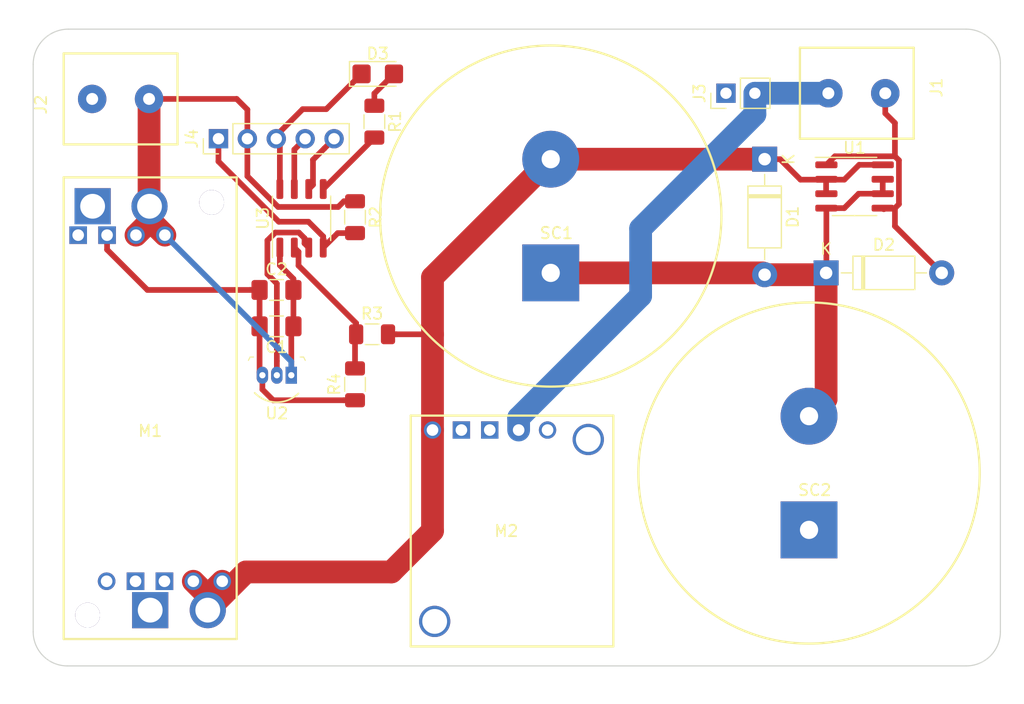
<source format=kicad_pcb>
(kicad_pcb (version 20171130) (host pcbnew 5.0.2+dfsg1-1)

  (general
    (thickness 1.6)
    (drawings 8)
    (tracks 128)
    (zones 0)
    (modules 24)
    (nets 15)
  )

  (page A4)
  (layers
    (0 F.Cu signal)
    (31 B.Cu signal)
    (32 B.Adhes user)
    (33 F.Adhes user)
    (34 B.Paste user)
    (35 F.Paste user)
    (36 B.SilkS user)
    (37 F.SilkS user)
    (38 B.Mask user)
    (39 F.Mask user)
    (40 Dwgs.User user)
    (41 Cmts.User user)
    (42 Eco1.User user)
    (43 Eco2.User user)
    (44 Edge.Cuts user)
    (45 Margin user)
    (46 B.CrtYd user)
    (47 F.CrtYd user)
    (48 B.Fab user)
    (49 F.Fab user)
  )

  (setup
    (last_trace_width 0.5)
    (trace_clearance 0.2)
    (zone_clearance 0.508)
    (zone_45_only no)
    (trace_min 0.2)
    (segment_width 0.2)
    (edge_width 0.1)
    (via_size 0.8)
    (via_drill 0.4)
    (via_min_size 0.4)
    (via_min_drill 0.3)
    (uvia_size 0.3)
    (uvia_drill 0.1)
    (uvias_allowed no)
    (uvia_min_size 0.2)
    (uvia_min_drill 0.1)
    (pcb_text_width 0.3)
    (pcb_text_size 1.5 1.5)
    (mod_edge_width 0.15)
    (mod_text_size 1 1)
    (mod_text_width 0.15)
    (pad_size 2.7 2.7)
    (pad_drill 2.7)
    (pad_to_mask_clearance 0)
    (solder_mask_min_width 0.25)
    (aux_axis_origin 0 0)
    (visible_elements FFFFFF7F)
    (pcbplotparams
      (layerselection 0x010fc_ffffffff)
      (usegerberextensions false)
      (usegerberattributes false)
      (usegerberadvancedattributes false)
      (creategerberjobfile false)
      (excludeedgelayer true)
      (linewidth 0.100000)
      (plotframeref false)
      (viasonmask false)
      (mode 1)
      (useauxorigin false)
      (hpglpennumber 1)
      (hpglpenspeed 20)
      (hpglpendiameter 15.000000)
      (psnegative false)
      (psa4output false)
      (plotreference true)
      (plotvalue true)
      (plotinvisibletext false)
      (padsonsilk false)
      (subtractmaskfromsilk false)
      (outputformat 1)
      (mirror false)
      (drillshape 1)
      (scaleselection 1)
      (outputdirectory ""))
  )

  (net 0 "")
  (net 1 "Net-(D1-Pad2)")
  (net 2 "Net-(M1-Pad1)")
  (net 3 "Net-(M2-Pad1)")
  (net 4 /2.5-5V)
  (net 5 /GND)
  (net 6 /5V)
  (net 7 /12v)
  (net 8 "Net-(U2-Pad2)")
  (net 9 "Net-(R3-Pad1)")
  (net 10 "Net-(J4-Pad1)")
  (net 11 "Net-(R1-Pad2)")
  (net 12 "Net-(D3-Pad2)")
  (net 13 "Net-(J4-Pad5)")
  (net 14 "Net-(J4-Pad4)")

  (net_class Default "This is the default net class."
    (clearance 0.2)
    (trace_width 0.5)
    (via_dia 0.8)
    (via_drill 0.4)
    (uvia_dia 0.3)
    (uvia_drill 0.1)
    (add_net /GND)
    (add_net "Net-(D1-Pad2)")
    (add_net "Net-(D3-Pad2)")
    (add_net "Net-(J4-Pad1)")
    (add_net "Net-(J4-Pad4)")
    (add_net "Net-(J4-Pad5)")
    (add_net "Net-(M1-Pad1)")
    (add_net "Net-(M2-Pad1)")
    (add_net "Net-(R1-Pad2)")
    (add_net "Net-(R3-Pad1)")
    (add_net "Net-(U2-Pad2)")
  )

  (net_class Power ""
    (clearance 0.2)
    (trace_width 2)
    (via_dia 0.8)
    (via_drill 0.4)
    (uvia_dia 0.3)
    (uvia_drill 0.1)
    (add_net /12v)
    (add_net /2.5-5V)
    (add_net /5V)
  )

  (module Package_SO:SO-8_3.9x4.9mm_P1.27mm (layer F.Cu) (tedit 5D9F72B1) (tstamp 60D4F72C)
    (at 126 98 90)
    (descr "SO, 8 Pin (https://www.nxp.com/docs/en/data-sheet/PCF8523.pdf), generated with kicad-footprint-generator ipc_gullwing_generator.py")
    (tags "SO SO")
    (path /60D3E2F6)
    (attr smd)
    (fp_text reference U3 (at 0 -3.4 90) (layer F.SilkS)
      (effects (font (size 1 1) (thickness 0.15)))
    )
    (fp_text value PIC12F1840-ISN (at 0 3.4 90) (layer F.Fab)
      (effects (font (size 1 1) (thickness 0.15)))
    )
    (fp_line (start 0 2.56) (end 1.95 2.56) (layer F.SilkS) (width 0.12))
    (fp_line (start 0 2.56) (end -1.95 2.56) (layer F.SilkS) (width 0.12))
    (fp_line (start 0 -2.56) (end 1.95 -2.56) (layer F.SilkS) (width 0.12))
    (fp_line (start 0 -2.56) (end -3.45 -2.56) (layer F.SilkS) (width 0.12))
    (fp_line (start -0.975 -2.45) (end 1.95 -2.45) (layer F.Fab) (width 0.1))
    (fp_line (start 1.95 -2.45) (end 1.95 2.45) (layer F.Fab) (width 0.1))
    (fp_line (start 1.95 2.45) (end -1.95 2.45) (layer F.Fab) (width 0.1))
    (fp_line (start -1.95 2.45) (end -1.95 -1.475) (layer F.Fab) (width 0.1))
    (fp_line (start -1.95 -1.475) (end -0.975 -2.45) (layer F.Fab) (width 0.1))
    (fp_line (start -3.7 -2.7) (end -3.7 2.7) (layer F.CrtYd) (width 0.05))
    (fp_line (start -3.7 2.7) (end 3.7 2.7) (layer F.CrtYd) (width 0.05))
    (fp_line (start 3.7 2.7) (end 3.7 -2.7) (layer F.CrtYd) (width 0.05))
    (fp_line (start 3.7 -2.7) (end -3.7 -2.7) (layer F.CrtYd) (width 0.05))
    (fp_text user %R (at 0 0 90) (layer F.Fab)
      (effects (font (size 0.98 0.98) (thickness 0.15)))
    )
    (pad 1 smd roundrect (at -2.575 -1.905 90) (size 1.75 0.6) (layers F.Cu F.Paste F.Mask) (roundrect_rratio 0.25)
      (net 6 /5V))
    (pad 2 smd roundrect (at -2.575 -0.635 90) (size 1.75 0.6) (layers F.Cu F.Paste F.Mask) (roundrect_rratio 0.25)
      (net 9 "Net-(R3-Pad1)"))
    (pad 3 smd roundrect (at -2.575 0.635 90) (size 1.75 0.6) (layers F.Cu F.Paste F.Mask) (roundrect_rratio 0.25)
      (net 8 "Net-(U2-Pad2)"))
    (pad 4 smd roundrect (at -2.575 1.905 90) (size 1.75 0.6) (layers F.Cu F.Paste F.Mask) (roundrect_rratio 0.25)
      (net 10 "Net-(J4-Pad1)"))
    (pad 5 smd roundrect (at 2.575 1.905 90) (size 1.75 0.6) (layers F.Cu F.Paste F.Mask) (roundrect_rratio 0.25)
      (net 11 "Net-(R1-Pad2)"))
    (pad 6 smd roundrect (at 2.575 0.635 90) (size 1.75 0.6) (layers F.Cu F.Paste F.Mask) (roundrect_rratio 0.25)
      (net 13 "Net-(J4-Pad5)"))
    (pad 7 smd roundrect (at 2.575 -0.635 90) (size 1.75 0.6) (layers F.Cu F.Paste F.Mask) (roundrect_rratio 0.25)
      (net 14 "Net-(J4-Pad4)"))
    (pad 8 smd roundrect (at 2.575 -1.905 90) (size 1.75 0.6) (layers F.Cu F.Paste F.Mask) (roundrect_rratio 0.25)
      (net 5 /GND))
    (model ${KISYS3DMOD}/Package_SO.3dshapes/SO-8_3.9x4.9mm_P1.27mm.wrl
      (at (xyz 0 0 0))
      (scale (xyz 1 1 1))
      (rotate (xyz 0 0 0))
    )
  )

  (module Capacitor_SMD:C_1206_3216Metric_Pad1.42x1.75mm_HandSolder (layer F.Cu) (tedit 5B301BBE) (tstamp 60D48611)
    (at 123.8 107.5 180)
    (descr "Capacitor SMD 1206 (3216 Metric), square (rectangular) end terminal, IPC_7351 nominal with elongated pad for handsoldering. (Body size source: http://www.tortai-tech.com/upload/download/2011102023233369053.pdf), generated with kicad-footprint-generator")
    (tags "capacitor handsolder")
    (path /60D42E5B)
    (attr smd)
    (fp_text reference C1 (at 0 -1.82 180) (layer F.SilkS)
      (effects (font (size 1 1) (thickness 0.15)))
    )
    (fp_text value .1 (at 0 1.82 180) (layer F.Fab)
      (effects (font (size 1 1) (thickness 0.15)))
    )
    (fp_text user %R (at 0 0 180) (layer F.Fab)
      (effects (font (size 0.8 0.8) (thickness 0.12)))
    )
    (fp_line (start 2.45 1.12) (end -2.45 1.12) (layer F.CrtYd) (width 0.05))
    (fp_line (start 2.45 -1.12) (end 2.45 1.12) (layer F.CrtYd) (width 0.05))
    (fp_line (start -2.45 -1.12) (end 2.45 -1.12) (layer F.CrtYd) (width 0.05))
    (fp_line (start -2.45 1.12) (end -2.45 -1.12) (layer F.CrtYd) (width 0.05))
    (fp_line (start -0.602064 0.91) (end 0.602064 0.91) (layer F.SilkS) (width 0.12))
    (fp_line (start -0.602064 -0.91) (end 0.602064 -0.91) (layer F.SilkS) (width 0.12))
    (fp_line (start 1.6 0.8) (end -1.6 0.8) (layer F.Fab) (width 0.1))
    (fp_line (start 1.6 -0.8) (end 1.6 0.8) (layer F.Fab) (width 0.1))
    (fp_line (start -1.6 -0.8) (end 1.6 -0.8) (layer F.Fab) (width 0.1))
    (fp_line (start -1.6 0.8) (end -1.6 -0.8) (layer F.Fab) (width 0.1))
    (pad 2 smd roundrect (at 1.4875 0 180) (size 1.425 1.75) (layers F.Cu F.Paste F.Mask) (roundrect_rratio 0.175439)
      (net 5 /GND))
    (pad 1 smd roundrect (at -1.4875 0 180) (size 1.425 1.75) (layers F.Cu F.Paste F.Mask) (roundrect_rratio 0.175439)
      (net 6 /5V))
    (model ${KISYS3DMOD}/Capacitor_SMD.3dshapes/C_1206_3216Metric.wrl
      (at (xyz 0 0 0))
      (scale (xyz 1 1 1))
      (rotate (xyz 0 0 0))
    )
  )

  (module Capacitor_SMD:C_1206_3216Metric_Pad1.42x1.75mm_HandSolder (layer F.Cu) (tedit 5B301BBE) (tstamp 60D48600)
    (at 123.8 104.3)
    (descr "Capacitor SMD 1206 (3216 Metric), square (rectangular) end terminal, IPC_7351 nominal with elongated pad for handsoldering. (Body size source: http://www.tortai-tech.com/upload/download/2011102023233369053.pdf), generated with kicad-footprint-generator")
    (tags "capacitor handsolder")
    (path /60D7F513)
    (attr smd)
    (fp_text reference C2 (at 0 -1.82) (layer F.SilkS)
      (effects (font (size 1 1) (thickness 0.15)))
    )
    (fp_text value .1 (at 0 1.82) (layer F.Fab)
      (effects (font (size 1 1) (thickness 0.15)))
    )
    (fp_line (start -1.6 0.8) (end -1.6 -0.8) (layer F.Fab) (width 0.1))
    (fp_line (start -1.6 -0.8) (end 1.6 -0.8) (layer F.Fab) (width 0.1))
    (fp_line (start 1.6 -0.8) (end 1.6 0.8) (layer F.Fab) (width 0.1))
    (fp_line (start 1.6 0.8) (end -1.6 0.8) (layer F.Fab) (width 0.1))
    (fp_line (start -0.602064 -0.91) (end 0.602064 -0.91) (layer F.SilkS) (width 0.12))
    (fp_line (start -0.602064 0.91) (end 0.602064 0.91) (layer F.SilkS) (width 0.12))
    (fp_line (start -2.45 1.12) (end -2.45 -1.12) (layer F.CrtYd) (width 0.05))
    (fp_line (start -2.45 -1.12) (end 2.45 -1.12) (layer F.CrtYd) (width 0.05))
    (fp_line (start 2.45 -1.12) (end 2.45 1.12) (layer F.CrtYd) (width 0.05))
    (fp_line (start 2.45 1.12) (end -2.45 1.12) (layer F.CrtYd) (width 0.05))
    (fp_text user %R (at 0 0) (layer F.Fab)
      (effects (font (size 0.8 0.8) (thickness 0.12)))
    )
    (pad 1 smd roundrect (at -1.4875 0) (size 1.425 1.75) (layers F.Cu F.Paste F.Mask) (roundrect_rratio 0.175439)
      (net 5 /GND))
    (pad 2 smd roundrect (at 1.4875 0) (size 1.425 1.75) (layers F.Cu F.Paste F.Mask) (roundrect_rratio 0.175439)
      (net 6 /5V))
    (model ${KISYS3DMOD}/Capacitor_SMD.3dshapes/C_1206_3216Metric.wrl
      (at (xyz 0 0 0))
      (scale (xyz 1 1 1))
      (rotate (xyz 0 0 0))
    )
  )

  (module Connector_PinHeader_2.54mm:PinHeader_1x02_P2.54mm_Vertical (layer F.Cu) (tedit 59FED5CC) (tstamp 60D485EF)
    (at 163.3 87 90)
    (descr "Through hole straight pin header, 1x02, 2.54mm pitch, single row")
    (tags "Through hole pin header THT 1x02 2.54mm single row")
    (path /60D90053)
    (fp_text reference J3 (at 0 -2.33 90) (layer F.SilkS)
      (effects (font (size 1 1) (thickness 0.15)))
    )
    (fp_text value Fan (at 0 4.87 90) (layer F.Fab)
      (effects (font (size 1 1) (thickness 0.15)))
    )
    (fp_line (start -0.635 -1.27) (end 1.27 -1.27) (layer F.Fab) (width 0.1))
    (fp_line (start 1.27 -1.27) (end 1.27 3.81) (layer F.Fab) (width 0.1))
    (fp_line (start 1.27 3.81) (end -1.27 3.81) (layer F.Fab) (width 0.1))
    (fp_line (start -1.27 3.81) (end -1.27 -0.635) (layer F.Fab) (width 0.1))
    (fp_line (start -1.27 -0.635) (end -0.635 -1.27) (layer F.Fab) (width 0.1))
    (fp_line (start -1.33 3.87) (end 1.33 3.87) (layer F.SilkS) (width 0.12))
    (fp_line (start -1.33 1.27) (end -1.33 3.87) (layer F.SilkS) (width 0.12))
    (fp_line (start 1.33 1.27) (end 1.33 3.87) (layer F.SilkS) (width 0.12))
    (fp_line (start -1.33 1.27) (end 1.33 1.27) (layer F.SilkS) (width 0.12))
    (fp_line (start -1.33 0) (end -1.33 -1.33) (layer F.SilkS) (width 0.12))
    (fp_line (start -1.33 -1.33) (end 0 -1.33) (layer F.SilkS) (width 0.12))
    (fp_line (start -1.8 -1.8) (end -1.8 4.35) (layer F.CrtYd) (width 0.05))
    (fp_line (start -1.8 4.35) (end 1.8 4.35) (layer F.CrtYd) (width 0.05))
    (fp_line (start 1.8 4.35) (end 1.8 -1.8) (layer F.CrtYd) (width 0.05))
    (fp_line (start 1.8 -1.8) (end -1.8 -1.8) (layer F.CrtYd) (width 0.05))
    (fp_text user %R (at 0 1.27 180) (layer F.Fab)
      (effects (font (size 1 1) (thickness 0.15)))
    )
    (pad 1 thru_hole rect (at 0 0 90) (size 1.7 1.7) (drill 1) (layers *.Cu *.Mask)
      (net 5 /GND))
    (pad 2 thru_hole oval (at 0 2.54 90) (size 1.7 1.7) (drill 1) (layers *.Cu *.Mask)
      (net 7 /12v))
    (model ${KISYS3DMOD}/Connector_PinHeader_2.54mm.3dshapes/PinHeader_1x02_P2.54mm_Vertical.wrl
      (at (xyz 0 0 0))
      (scale (xyz 1 1 1))
      (rotate (xyz 0 0 0))
    )
  )

  (module Connector_PinHeader_2.54mm:PinHeader_1x05_P2.54mm_Vertical (layer F.Cu) (tedit 59FED5CC) (tstamp 60D485D9)
    (at 118.7 91 90)
    (descr "Through hole straight pin header, 1x05, 2.54mm pitch, single row")
    (tags "Through hole pin header THT 1x05 2.54mm single row")
    (path /60D76B60)
    (fp_text reference J4 (at 0 -2.33 90) (layer F.SilkS)
      (effects (font (size 1 1) (thickness 0.15)))
    )
    (fp_text value Conn_01x05 (at 0 12.49 90) (layer F.Fab)
      (effects (font (size 1 1) (thickness 0.15)))
    )
    (fp_line (start -0.635 -1.27) (end 1.27 -1.27) (layer F.Fab) (width 0.1))
    (fp_line (start 1.27 -1.27) (end 1.27 11.43) (layer F.Fab) (width 0.1))
    (fp_line (start 1.27 11.43) (end -1.27 11.43) (layer F.Fab) (width 0.1))
    (fp_line (start -1.27 11.43) (end -1.27 -0.635) (layer F.Fab) (width 0.1))
    (fp_line (start -1.27 -0.635) (end -0.635 -1.27) (layer F.Fab) (width 0.1))
    (fp_line (start -1.33 11.49) (end 1.33 11.49) (layer F.SilkS) (width 0.12))
    (fp_line (start -1.33 1.27) (end -1.33 11.49) (layer F.SilkS) (width 0.12))
    (fp_line (start 1.33 1.27) (end 1.33 11.49) (layer F.SilkS) (width 0.12))
    (fp_line (start -1.33 1.27) (end 1.33 1.27) (layer F.SilkS) (width 0.12))
    (fp_line (start -1.33 0) (end -1.33 -1.33) (layer F.SilkS) (width 0.12))
    (fp_line (start -1.33 -1.33) (end 0 -1.33) (layer F.SilkS) (width 0.12))
    (fp_line (start -1.8 -1.8) (end -1.8 11.95) (layer F.CrtYd) (width 0.05))
    (fp_line (start -1.8 11.95) (end 1.8 11.95) (layer F.CrtYd) (width 0.05))
    (fp_line (start 1.8 11.95) (end 1.8 -1.8) (layer F.CrtYd) (width 0.05))
    (fp_line (start 1.8 -1.8) (end -1.8 -1.8) (layer F.CrtYd) (width 0.05))
    (fp_text user %R (at 0 5.08 180) (layer F.Fab)
      (effects (font (size 1 1) (thickness 0.15)))
    )
    (pad 1 thru_hole rect (at 0 0 90) (size 1.7 1.7) (drill 1) (layers *.Cu *.Mask)
      (net 10 "Net-(J4-Pad1)"))
    (pad 2 thru_hole oval (at 0 2.54 90) (size 1.7 1.7) (drill 1) (layers *.Cu *.Mask)
      (net 6 /5V))
    (pad 3 thru_hole oval (at 0 5.08 90) (size 1.7 1.7) (drill 1) (layers *.Cu *.Mask)
      (net 5 /GND))
    (pad 4 thru_hole oval (at 0 7.62 90) (size 1.7 1.7) (drill 1) (layers *.Cu *.Mask)
      (net 14 "Net-(J4-Pad4)"))
    (pad 5 thru_hole oval (at 0 10.16 90) (size 1.7 1.7) (drill 1) (layers *.Cu *.Mask)
      (net 13 "Net-(J4-Pad5)"))
    (model ${KISYS3DMOD}/Connector_PinHeader_2.54mm.3dshapes/PinHeader_1x05_P2.54mm_Vertical.wrl
      (at (xyz 0 0 0))
      (scale (xyz 1 1 1))
      (rotate (xyz 0 0 0))
    )
  )

  (module Diode_SMD:D_1206_3216Metric_Castellated (layer F.Cu) (tedit 5B301BBE) (tstamp 60D485A5)
    (at 132.7 85.3)
    (descr "Diode SMD 1206 (3216 Metric), castellated end terminal, IPC_7351 nominal, (Body size source: http://www.tortai-tech.com/upload/download/2011102023233369053.pdf), generated with kicad-footprint-generator")
    (tags "diode castellated")
    (path /60D47674)
    (attr smd)
    (fp_text reference D3 (at 0 -1.78) (layer F.SilkS)
      (effects (font (size 1 1) (thickness 0.15)))
    )
    (fp_text value LED (at 0 1.78) (layer F.Fab)
      (effects (font (size 1 1) (thickness 0.15)))
    )
    (fp_line (start 1.6 -0.8) (end -1.2 -0.8) (layer F.Fab) (width 0.1))
    (fp_line (start -1.2 -0.8) (end -1.6 -0.4) (layer F.Fab) (width 0.1))
    (fp_line (start -1.6 -0.4) (end -1.6 0.8) (layer F.Fab) (width 0.1))
    (fp_line (start -1.6 0.8) (end 1.6 0.8) (layer F.Fab) (width 0.1))
    (fp_line (start 1.6 0.8) (end 1.6 -0.8) (layer F.Fab) (width 0.1))
    (fp_line (start 1.6 -1.085) (end -2.485 -1.085) (layer F.SilkS) (width 0.12))
    (fp_line (start -2.485 -1.085) (end -2.485 1.085) (layer F.SilkS) (width 0.12))
    (fp_line (start -2.485 1.085) (end 1.6 1.085) (layer F.SilkS) (width 0.12))
    (fp_line (start -2.48 1.08) (end -2.48 -1.08) (layer F.CrtYd) (width 0.05))
    (fp_line (start -2.48 -1.08) (end 2.48 -1.08) (layer F.CrtYd) (width 0.05))
    (fp_line (start 2.48 -1.08) (end 2.48 1.08) (layer F.CrtYd) (width 0.05))
    (fp_line (start 2.48 1.08) (end -2.48 1.08) (layer F.CrtYd) (width 0.05))
    (fp_text user %R (at 0 0) (layer F.Fab)
      (effects (font (size 0.8 0.8) (thickness 0.12)))
    )
    (pad 1 smd roundrect (at -1.425 0) (size 1.6 1.65) (layers F.Cu F.Paste F.Mask) (roundrect_rratio 0.15625)
      (net 5 /GND))
    (pad 2 smd roundrect (at 1.425 0) (size 1.6 1.65) (layers F.Cu F.Paste F.Mask) (roundrect_rratio 0.15625)
      (net 12 "Net-(D3-Pad2)"))
    (model ${KISYS3DMOD}/Diode_SMD.3dshapes/D_1206_3216Metric_Castellated.wrl
      (at (xyz 0 0 0))
      (scale (xyz 1 1 1))
      (rotate (xyz 0 0 0))
    )
  )

  (module Resistor_SMD:R_1206_3216Metric (layer F.Cu) (tedit 5B301BBD) (tstamp 60D48484)
    (at 132.4 89.5 270)
    (descr "Resistor SMD 1206 (3216 Metric), square (rectangular) end terminal, IPC_7351 nominal, (Body size source: http://www.tortai-tech.com/upload/download/2011102023233369053.pdf), generated with kicad-footprint-generator")
    (tags resistor)
    (path /60D3E583)
    (attr smd)
    (fp_text reference R1 (at 0 -1.82 270) (layer F.SilkS)
      (effects (font (size 1 1) (thickness 0.15)))
    )
    (fp_text value 1k (at 0 1.82 270) (layer F.Fab)
      (effects (font (size 1 1) (thickness 0.15)))
    )
    (fp_text user %R (at 0 0 270) (layer F.Fab)
      (effects (font (size 0.8 0.8) (thickness 0.12)))
    )
    (fp_line (start 2.28 1.12) (end -2.28 1.12) (layer F.CrtYd) (width 0.05))
    (fp_line (start 2.28 -1.12) (end 2.28 1.12) (layer F.CrtYd) (width 0.05))
    (fp_line (start -2.28 -1.12) (end 2.28 -1.12) (layer F.CrtYd) (width 0.05))
    (fp_line (start -2.28 1.12) (end -2.28 -1.12) (layer F.CrtYd) (width 0.05))
    (fp_line (start -0.602064 0.91) (end 0.602064 0.91) (layer F.SilkS) (width 0.12))
    (fp_line (start -0.602064 -0.91) (end 0.602064 -0.91) (layer F.SilkS) (width 0.12))
    (fp_line (start 1.6 0.8) (end -1.6 0.8) (layer F.Fab) (width 0.1))
    (fp_line (start 1.6 -0.8) (end 1.6 0.8) (layer F.Fab) (width 0.1))
    (fp_line (start -1.6 -0.8) (end 1.6 -0.8) (layer F.Fab) (width 0.1))
    (fp_line (start -1.6 0.8) (end -1.6 -0.8) (layer F.Fab) (width 0.1))
    (pad 2 smd roundrect (at 1.4 0 270) (size 1.25 1.75) (layers F.Cu F.Paste F.Mask) (roundrect_rratio 0.2)
      (net 11 "Net-(R1-Pad2)"))
    (pad 1 smd roundrect (at -1.4 0 270) (size 1.25 1.75) (layers F.Cu F.Paste F.Mask) (roundrect_rratio 0.2)
      (net 12 "Net-(D3-Pad2)"))
    (model ${KISYS3DMOD}/Resistor_SMD.3dshapes/R_1206_3216Metric.wrl
      (at (xyz 0 0 0))
      (scale (xyz 1 1 1))
      (rotate (xyz 0 0 0))
    )
  )

  (module Resistor_SMD:R_1206_3216Metric (layer F.Cu) (tedit 5B301BBD) (tstamp 60D48473)
    (at 130.7 97.9 270)
    (descr "Resistor SMD 1206 (3216 Metric), square (rectangular) end terminal, IPC_7351 nominal, (Body size source: http://www.tortai-tech.com/upload/download/2011102023233369053.pdf), generated with kicad-footprint-generator")
    (tags resistor)
    (path /60D4FC24)
    (attr smd)
    (fp_text reference R2 (at 0 -1.82 270) (layer F.SilkS)
      (effects (font (size 1 1) (thickness 0.15)))
    )
    (fp_text value 10k (at 0 1.82 270) (layer F.Fab)
      (effects (font (size 1 1) (thickness 0.15)))
    )
    (fp_line (start -1.6 0.8) (end -1.6 -0.8) (layer F.Fab) (width 0.1))
    (fp_line (start -1.6 -0.8) (end 1.6 -0.8) (layer F.Fab) (width 0.1))
    (fp_line (start 1.6 -0.8) (end 1.6 0.8) (layer F.Fab) (width 0.1))
    (fp_line (start 1.6 0.8) (end -1.6 0.8) (layer F.Fab) (width 0.1))
    (fp_line (start -0.602064 -0.91) (end 0.602064 -0.91) (layer F.SilkS) (width 0.12))
    (fp_line (start -0.602064 0.91) (end 0.602064 0.91) (layer F.SilkS) (width 0.12))
    (fp_line (start -2.28 1.12) (end -2.28 -1.12) (layer F.CrtYd) (width 0.05))
    (fp_line (start -2.28 -1.12) (end 2.28 -1.12) (layer F.CrtYd) (width 0.05))
    (fp_line (start 2.28 -1.12) (end 2.28 1.12) (layer F.CrtYd) (width 0.05))
    (fp_line (start 2.28 1.12) (end -2.28 1.12) (layer F.CrtYd) (width 0.05))
    (fp_text user %R (at 0 0 270) (layer F.Fab)
      (effects (font (size 0.8 0.8) (thickness 0.12)))
    )
    (pad 1 smd roundrect (at -1.4 0 270) (size 1.25 1.75) (layers F.Cu F.Paste F.Mask) (roundrect_rratio 0.2)
      (net 6 /5V))
    (pad 2 smd roundrect (at 1.4 0 270) (size 1.25 1.75) (layers F.Cu F.Paste F.Mask) (roundrect_rratio 0.2)
      (net 10 "Net-(J4-Pad1)"))
    (model ${KISYS3DMOD}/Resistor_SMD.3dshapes/R_1206_3216Metric.wrl
      (at (xyz 0 0 0))
      (scale (xyz 1 1 1))
      (rotate (xyz 0 0 0))
    )
  )

  (module Resistor_SMD:R_1206_3216Metric (layer F.Cu) (tedit 5B301BBD) (tstamp 60D48462)
    (at 132.2 108.2)
    (descr "Resistor SMD 1206 (3216 Metric), square (rectangular) end terminal, IPC_7351 nominal, (Body size source: http://www.tortai-tech.com/upload/download/2011102023233369053.pdf), generated with kicad-footprint-generator")
    (tags resistor)
    (path /60DAEE0D)
    (attr smd)
    (fp_text reference R3 (at 0 -1.82) (layer F.SilkS)
      (effects (font (size 1 1) (thickness 0.15)))
    )
    (fp_text value 1k (at 0 1.82) (layer F.Fab)
      (effects (font (size 1 1) (thickness 0.15)))
    )
    (fp_text user %R (at 0 0) (layer F.Fab)
      (effects (font (size 0.8 0.8) (thickness 0.12)))
    )
    (fp_line (start 2.28 1.12) (end -2.28 1.12) (layer F.CrtYd) (width 0.05))
    (fp_line (start 2.28 -1.12) (end 2.28 1.12) (layer F.CrtYd) (width 0.05))
    (fp_line (start -2.28 -1.12) (end 2.28 -1.12) (layer F.CrtYd) (width 0.05))
    (fp_line (start -2.28 1.12) (end -2.28 -1.12) (layer F.CrtYd) (width 0.05))
    (fp_line (start -0.602064 0.91) (end 0.602064 0.91) (layer F.SilkS) (width 0.12))
    (fp_line (start -0.602064 -0.91) (end 0.602064 -0.91) (layer F.SilkS) (width 0.12))
    (fp_line (start 1.6 0.8) (end -1.6 0.8) (layer F.Fab) (width 0.1))
    (fp_line (start 1.6 -0.8) (end 1.6 0.8) (layer F.Fab) (width 0.1))
    (fp_line (start -1.6 -0.8) (end 1.6 -0.8) (layer F.Fab) (width 0.1))
    (fp_line (start -1.6 0.8) (end -1.6 -0.8) (layer F.Fab) (width 0.1))
    (pad 2 smd roundrect (at 1.4 0) (size 1.25 1.75) (layers F.Cu F.Paste F.Mask) (roundrect_rratio 0.2)
      (net 4 /2.5-5V))
    (pad 1 smd roundrect (at -1.4 0) (size 1.25 1.75) (layers F.Cu F.Paste F.Mask) (roundrect_rratio 0.2)
      (net 9 "Net-(R3-Pad1)"))
    (model ${KISYS3DMOD}/Resistor_SMD.3dshapes/R_1206_3216Metric.wrl
      (at (xyz 0 0 0))
      (scale (xyz 1 1 1))
      (rotate (xyz 0 0 0))
    )
  )

  (module Resistor_SMD:R_1206_3216Metric (layer F.Cu) (tedit 5B301BBD) (tstamp 60D48451)
    (at 130.7 112.6 90)
    (descr "Resistor SMD 1206 (3216 Metric), square (rectangular) end terminal, IPC_7351 nominal, (Body size source: http://www.tortai-tech.com/upload/download/2011102023233369053.pdf), generated with kicad-footprint-generator")
    (tags resistor)
    (path /60DAEEC5)
    (attr smd)
    (fp_text reference R4 (at 0 -1.82 90) (layer F.SilkS)
      (effects (font (size 1 1) (thickness 0.15)))
    )
    (fp_text value 1k (at 0 1.82 90) (layer F.Fab)
      (effects (font (size 1 1) (thickness 0.15)))
    )
    (fp_line (start -1.6 0.8) (end -1.6 -0.8) (layer F.Fab) (width 0.1))
    (fp_line (start -1.6 -0.8) (end 1.6 -0.8) (layer F.Fab) (width 0.1))
    (fp_line (start 1.6 -0.8) (end 1.6 0.8) (layer F.Fab) (width 0.1))
    (fp_line (start 1.6 0.8) (end -1.6 0.8) (layer F.Fab) (width 0.1))
    (fp_line (start -0.602064 -0.91) (end 0.602064 -0.91) (layer F.SilkS) (width 0.12))
    (fp_line (start -0.602064 0.91) (end 0.602064 0.91) (layer F.SilkS) (width 0.12))
    (fp_line (start -2.28 1.12) (end -2.28 -1.12) (layer F.CrtYd) (width 0.05))
    (fp_line (start -2.28 -1.12) (end 2.28 -1.12) (layer F.CrtYd) (width 0.05))
    (fp_line (start 2.28 -1.12) (end 2.28 1.12) (layer F.CrtYd) (width 0.05))
    (fp_line (start 2.28 1.12) (end -2.28 1.12) (layer F.CrtYd) (width 0.05))
    (fp_text user %R (at 0 0 90) (layer F.Fab)
      (effects (font (size 0.8 0.8) (thickness 0.12)))
    )
    (pad 1 smd roundrect (at -1.4 0 90) (size 1.25 1.75) (layers F.Cu F.Paste F.Mask) (roundrect_rratio 0.2)
      (net 5 /GND))
    (pad 2 smd roundrect (at 1.4 0 90) (size 1.25 1.75) (layers F.Cu F.Paste F.Mask) (roundrect_rratio 0.2)
      (net 9 "Net-(R3-Pad1)"))
    (model ${KISYS3DMOD}/Resistor_SMD.3dshapes/R_1206_3216Metric.wrl
      (at (xyz 0 0 0))
      (scale (xyz 1 1 1))
      (rotate (xyz 0 0 0))
    )
  )

  (module digikey-footprints:TO-92-3 (layer F.Cu) (tedit 5AF9CDD1) (tstamp 60D48428)
    (at 125.1 111.8 180)
    (descr http://www.ti.com/lit/ds/symlink/tl431a.pdf)
    (path /60D99757)
    (fp_text reference U2 (at 1.27 -3.35 180) (layer F.SilkS)
      (effects (font (size 1 1) (thickness 0.15)))
    )
    (fp_text value MCP9700A-E_TO (at 1.27 2.5 180) (layer F.Fab)
      (effects (font (size 1 1) (thickness 0.15)))
    )
    (fp_arc (start 1.27 0.35) (end -0.63 -1.6) (angle 90) (layer F.SilkS) (width 0.15))
    (fp_line (start 3.57 1.5) (end -1.03 1.5) (layer F.Fab) (width 0.15))
    (fp_arc (start 1.27 0.3) (end -1.03 1.5) (angle 235) (layer F.Fab) (width 0.15))
    (fp_arc (start 1.27 0.3) (end -1.33 0.3) (angle 90) (layer F.Fab) (width 0.15))
    (fp_line (start -1.63 -2.5) (end 4.17 -2.5) (layer F.CrtYd) (width 0.05))
    (fp_line (start -1.63 1.75) (end 4.17 1.75) (layer F.CrtYd) (width 0.05))
    (fp_line (start -1.63 1.75) (end -1.63 -2.5) (layer F.CrtYd) (width 0.05))
    (fp_line (start 4.17 1.75) (end 4.17 -2.5) (layer F.CrtYd) (width 0.05))
    (fp_line (start 3.62 1.6) (end 3.77 1.3) (layer F.SilkS) (width 0.1))
    (fp_line (start 3.62 1.6) (end 3.32 1.6) (layer F.SilkS) (width 0.1))
    (fp_line (start -0.78 1.6) (end -1.08 1.6) (layer F.SilkS) (width 0.1))
    (fp_line (start -1.08 1.6) (end -1.23 1.3) (layer F.SilkS) (width 0.1))
    (fp_text user %R (at 1.27 -1.25) (layer F.Fab)
      (effects (font (size 0.75 0.75) (thickness 0.15)))
    )
    (pad 2 thru_hole oval (at 1.27 0) (size 1 1.5) (drill 0.55) (layers *.Cu *.Mask)
      (net 8 "Net-(U2-Pad2)"))
    (pad 3 thru_hole oval (at 2.54 0) (size 1 1.5) (drill 0.55) (layers *.Cu *.Mask)
      (net 5 /GND))
    (pad 1 thru_hole rect (at 0 0) (size 1 1.5) (drill 0.55) (layers *.Cu *.Mask)
      (net 6 /5V))
  )

  (module SuperCaps:SCC-30mm (layer F.Cu) (tedit 60D0C9CE) (tstamp 60D115DC)
    (at 170.6 120.4)
    (path /60D3A1DD)
    (fp_text reference SC2 (at 0.5 1.5) (layer F.SilkS)
      (effects (font (size 1 1) (thickness 0.15)))
    )
    (fp_text value SuperCap (at 0.5 -1) (layer F.Fab)
      (effects (font (size 1 1) (thickness 0.15)))
    )
    (fp_circle (center 0 0) (end 15 0) (layer F.SilkS) (width 0.2))
    (pad 1 thru_hole rect (at 0 5) (size 5 5) (drill 1.6) (layers *.Cu *.Mask)
      (net 5 /GND))
    (pad 2 thru_hole circle (at 0 -5) (size 5 5) (drill 1.6) (layers *.Cu *.Mask)
      (net 1 "Net-(D1-Pad2)"))
  )

  (module SuperCaps:SCC-30mm (layer F.Cu) (tedit 60D0C9CE) (tstamp 60D115D6)
    (at 147.9 97.8)
    (path /60D3A11A)
    (fp_text reference SC1 (at 0.5 1.5) (layer F.SilkS)
      (effects (font (size 1 1) (thickness 0.15)))
    )
    (fp_text value SuperCap (at 0.5 -1) (layer F.Fab)
      (effects (font (size 1 1) (thickness 0.15)))
    )
    (fp_circle (center 0 0) (end 15 0) (layer F.SilkS) (width 0.2))
    (pad 2 thru_hole circle (at 0 -5) (size 5 5) (drill 1.6) (layers *.Cu *.Mask)
      (net 4 /2.5-5V))
    (pad 1 thru_hole rect (at 0 5) (size 5 5) (drill 1.6) (layers *.Cu *.Mask)
      (net 1 "Net-(D1-Pad2)"))
  )

  (module MountingHole:MountingHole_2.7mm_M2.5 locked (layer F.Cu) (tedit 60D105E1) (tstamp 60DF115F)
    (at 184.016883 84.963755 180)
    (descr "Mounting Hole 2.7mm, no annular, M2.5")
    (tags "mounting hole 2.7mm no annular m2.5")
    (attr virtual)
    (fp_text reference REF** (at 0 -3.7 180) (layer F.SilkS) hide
      (effects (font (size 1 1) (thickness 0.15)))
    )
    (fp_text value MountingHole_2.7mm_M2.5 (at 0.916883 6.263755 180) (layer F.Fab) hide
      (effects (font (size 1 1) (thickness 0.15)))
    )
    (fp_text user %R (at 0.3 0 180) (layer F.Fab) hide
      (effects (font (size 1 1) (thickness 0.15)))
    )
    (fp_circle (center 0 0) (end 2.7 0) (layer Cmts.User) (width 0.15))
    (fp_circle (center 0 0) (end 2.95 0) (layer F.CrtYd) (width 0.05))
    (pad 1 np_thru_hole circle (at 0 0 180) (size 2.7 2.7) (drill 2.7) (layers *.Cu *.Mask))
  )

  (module MountingHole:MountingHole_2.7mm_M2.5 locked (layer F.Cu) (tedit 60D10628) (tstamp 60DF1148)
    (at 125.916883 134.063755 180)
    (descr "Mounting Hole 2.7mm, no annular, M2.5")
    (tags "mounting hole 2.7mm no annular m2.5")
    (attr virtual)
    (fp_text reference REF** (at 0 -3.7 180) (layer F.SilkS) hide
      (effects (font (size 1 1) (thickness 0.15)))
    )
    (fp_text value MountingHole_2.7mm_M2.5 (at -2.783117 1.563755 180) (layer F.Fab) hide
      (effects (font (size 1 1) (thickness 0.15)))
    )
    (fp_circle (center 0 0) (end 2.95 0) (layer F.CrtYd) (width 0.05))
    (fp_circle (center 0 0) (end 2.7 0) (layer Cmts.User) (width 0.15))
    (fp_text user %R (at 0.3 0 180) (layer F.Fab) hide
      (effects (font (size 1 1) (thickness 0.15)))
    )
    (pad 1 np_thru_hole circle (at 0 0 180) (size 2.7 2.7) (drill 2.7) (layers *.Cu *.Mask))
  )

  (module MountingHole:MountingHole_2.7mm_M2.5 locked (layer F.Cu) (tedit 60D10599) (tstamp 60D10BCF)
    (at 125.916883 84.963755 180)
    (descr "Mounting Hole 2.7mm, no annular, M2.5")
    (tags "mounting hole 2.7mm no annular m2.5")
    (attr virtual)
    (fp_text reference REF** (at 0 -3.7 180) (layer F.SilkS) hide
      (effects (font (size 1 1) (thickness 0.15)))
    )
    (fp_text value MountingHole_2.7mm_M2.5 (at -3.383117 -6.736245 180) (layer F.Fab) hide
      (effects (font (size 1 1) (thickness 0.15)))
    )
    (fp_text user %R (at 0.3 0 180) (layer F.Fab) hide
      (effects (font (size 1 1) (thickness 0.15)))
    )
    (fp_circle (center 0 0) (end 2.7 0) (layer Cmts.User) (width 0.15))
    (fp_circle (center 0 0) (end 2.95 0) (layer F.CrtYd) (width 0.05))
    (pad "" np_thru_hole circle (at 0 0 180) (size 2.7 2.7) (drill 2.7) (layers *.Cu *.Mask))
  )

  (module MountingHole:MountingHole_2.7mm_M2.5 locked (layer F.Cu) (tedit 60D10603) (tstamp 60D10C56)
    (at 183.916883 133.863755 180)
    (descr "Mounting Hole 2.7mm, no annular, M2.5")
    (tags "mounting hole 2.7mm no annular m2.5")
    (attr virtual)
    (fp_text reference REF** (at 0 -3.7 180) (layer F.SilkS) hide
      (effects (font (size 1 1) (thickness 0.15)))
    )
    (fp_text value MountingHole_2.7mm_M2.5 (at 0 3.7 180) (layer F.Fab) hide
      (effects (font (size 1 1) (thickness 0.15)))
    )
    (fp_circle (center 0 0) (end 2.95 0) (layer F.CrtYd) (width 0.05))
    (fp_circle (center 0 0) (end 2.7 0) (layer Cmts.User) (width 0.15))
    (fp_text user %R (at 0.3 0 180) (layer F.Fab) hide
      (effects (font (size 1 1) (thickness 0.15)))
    )
    (pad 1 np_thru_hole circle (at 0 0 180) (size 2.7 2.7) (drill 2.7) (layers *.Cu *.Mask))
  )

  (module Diode_THT:D_DO-41_SOD81_P10.16mm_Horizontal (layer F.Cu) (tedit 5AE50CD5) (tstamp 60DF07D1)
    (at 166.7 92.8 270)
    (descr "Diode, DO-41_SOD81 series, Axial, Horizontal, pin pitch=10.16mm, , length*diameter=5.2*2.7mm^2, , http://www.diodes.com/_files/packages/DO-41%20(Plastic).pdf")
    (tags "Diode DO-41_SOD81 series Axial Horizontal pin pitch 10.16mm  length 5.2mm diameter 2.7mm")
    (path /60CFA5BC)
    (fp_text reference D1 (at 5.08 -2.47 270) (layer F.SilkS)
      (effects (font (size 1 1) (thickness 0.15)))
    )
    (fp_text value 1N5817 (at 5.08 2.47 270) (layer F.Fab)
      (effects (font (size 1 1) (thickness 0.15)))
    )
    (fp_line (start 2.48 -1.35) (end 2.48 1.35) (layer F.Fab) (width 0.1))
    (fp_line (start 2.48 1.35) (end 7.68 1.35) (layer F.Fab) (width 0.1))
    (fp_line (start 7.68 1.35) (end 7.68 -1.35) (layer F.Fab) (width 0.1))
    (fp_line (start 7.68 -1.35) (end 2.48 -1.35) (layer F.Fab) (width 0.1))
    (fp_line (start 0 0) (end 2.48 0) (layer F.Fab) (width 0.1))
    (fp_line (start 10.16 0) (end 7.68 0) (layer F.Fab) (width 0.1))
    (fp_line (start 3.26 -1.35) (end 3.26 1.35) (layer F.Fab) (width 0.1))
    (fp_line (start 3.36 -1.35) (end 3.36 1.35) (layer F.Fab) (width 0.1))
    (fp_line (start 3.16 -1.35) (end 3.16 1.35) (layer F.Fab) (width 0.1))
    (fp_line (start 2.36 -1.47) (end 2.36 1.47) (layer F.SilkS) (width 0.12))
    (fp_line (start 2.36 1.47) (end 7.8 1.47) (layer F.SilkS) (width 0.12))
    (fp_line (start 7.8 1.47) (end 7.8 -1.47) (layer F.SilkS) (width 0.12))
    (fp_line (start 7.8 -1.47) (end 2.36 -1.47) (layer F.SilkS) (width 0.12))
    (fp_line (start 1.34 0) (end 2.36 0) (layer F.SilkS) (width 0.12))
    (fp_line (start 8.82 0) (end 7.8 0) (layer F.SilkS) (width 0.12))
    (fp_line (start 3.26 -1.47) (end 3.26 1.47) (layer F.SilkS) (width 0.12))
    (fp_line (start 3.38 -1.47) (end 3.38 1.47) (layer F.SilkS) (width 0.12))
    (fp_line (start 3.14 -1.47) (end 3.14 1.47) (layer F.SilkS) (width 0.12))
    (fp_line (start -1.35 -1.6) (end -1.35 1.6) (layer F.CrtYd) (width 0.05))
    (fp_line (start -1.35 1.6) (end 11.51 1.6) (layer F.CrtYd) (width 0.05))
    (fp_line (start 11.51 1.6) (end 11.51 -1.6) (layer F.CrtYd) (width 0.05))
    (fp_line (start 11.51 -1.6) (end -1.35 -1.6) (layer F.CrtYd) (width 0.05))
    (fp_text user %R (at 5.47 0 270) (layer F.Fab)
      (effects (font (size 1 1) (thickness 0.15)))
    )
    (fp_text user K (at 0 -2.1 270) (layer F.Fab)
      (effects (font (size 1 1) (thickness 0.15)))
    )
    (fp_text user K (at 0 -2.1 270) (layer F.SilkS)
      (effects (font (size 1 1) (thickness 0.15)))
    )
    (pad 1 thru_hole rect (at 0 0 270) (size 2.2 2.2) (drill 1.1) (layers *.Cu *.Mask)
      (net 4 /2.5-5V))
    (pad 2 thru_hole oval (at 10.16 0 270) (size 2.2 2.2) (drill 1.1) (layers *.Cu *.Mask)
      (net 1 "Net-(D1-Pad2)"))
    (model ${KISYS3DMOD}/Diode_THT.3dshapes/D_DO-41_SOD81_P10.16mm_Horizontal.wrl
      (at (xyz 0 0 0))
      (scale (xyz 1 1 1))
      (rotate (xyz 0 0 0))
    )
  )

  (module Diode_THT:D_DO-41_SOD81_P10.16mm_Horizontal (layer F.Cu) (tedit 5AE50CD5) (tstamp 60DF07F0)
    (at 172.1 102.8)
    (descr "Diode, DO-41_SOD81 series, Axial, Horizontal, pin pitch=10.16mm, , length*diameter=5.2*2.7mm^2, , http://www.diodes.com/_files/packages/DO-41%20(Plastic).pdf")
    (tags "Diode DO-41_SOD81 series Axial Horizontal pin pitch 10.16mm  length 5.2mm diameter 2.7mm")
    (path /60CFA60C)
    (fp_text reference D2 (at 5.08 -2.47) (layer F.SilkS)
      (effects (font (size 1 1) (thickness 0.15)))
    )
    (fp_text value 1N5817 (at 5.08 2.47) (layer F.Fab)
      (effects (font (size 1 1) (thickness 0.15)))
    )
    (fp_text user K (at 0 -2.1) (layer F.SilkS)
      (effects (font (size 1 1) (thickness 0.15)))
    )
    (fp_text user K (at 0 -2.1) (layer F.Fab)
      (effects (font (size 1 1) (thickness 0.15)))
    )
    (fp_text user %R (at 5.47 0) (layer F.Fab)
      (effects (font (size 1 1) (thickness 0.15)))
    )
    (fp_line (start 11.51 -1.6) (end -1.35 -1.6) (layer F.CrtYd) (width 0.05))
    (fp_line (start 11.51 1.6) (end 11.51 -1.6) (layer F.CrtYd) (width 0.05))
    (fp_line (start -1.35 1.6) (end 11.51 1.6) (layer F.CrtYd) (width 0.05))
    (fp_line (start -1.35 -1.6) (end -1.35 1.6) (layer F.CrtYd) (width 0.05))
    (fp_line (start 3.14 -1.47) (end 3.14 1.47) (layer F.SilkS) (width 0.12))
    (fp_line (start 3.38 -1.47) (end 3.38 1.47) (layer F.SilkS) (width 0.12))
    (fp_line (start 3.26 -1.47) (end 3.26 1.47) (layer F.SilkS) (width 0.12))
    (fp_line (start 8.82 0) (end 7.8 0) (layer F.SilkS) (width 0.12))
    (fp_line (start 1.34 0) (end 2.36 0) (layer F.SilkS) (width 0.12))
    (fp_line (start 7.8 -1.47) (end 2.36 -1.47) (layer F.SilkS) (width 0.12))
    (fp_line (start 7.8 1.47) (end 7.8 -1.47) (layer F.SilkS) (width 0.12))
    (fp_line (start 2.36 1.47) (end 7.8 1.47) (layer F.SilkS) (width 0.12))
    (fp_line (start 2.36 -1.47) (end 2.36 1.47) (layer F.SilkS) (width 0.12))
    (fp_line (start 3.16 -1.35) (end 3.16 1.35) (layer F.Fab) (width 0.1))
    (fp_line (start 3.36 -1.35) (end 3.36 1.35) (layer F.Fab) (width 0.1))
    (fp_line (start 3.26 -1.35) (end 3.26 1.35) (layer F.Fab) (width 0.1))
    (fp_line (start 10.16 0) (end 7.68 0) (layer F.Fab) (width 0.1))
    (fp_line (start 0 0) (end 2.48 0) (layer F.Fab) (width 0.1))
    (fp_line (start 7.68 -1.35) (end 2.48 -1.35) (layer F.Fab) (width 0.1))
    (fp_line (start 7.68 1.35) (end 7.68 -1.35) (layer F.Fab) (width 0.1))
    (fp_line (start 2.48 1.35) (end 7.68 1.35) (layer F.Fab) (width 0.1))
    (fp_line (start 2.48 -1.35) (end 2.48 1.35) (layer F.Fab) (width 0.1))
    (pad 2 thru_hole oval (at 10.16 0) (size 2.2 2.2) (drill 1.1) (layers *.Cu *.Mask)
      (net 5 /GND))
    (pad 1 thru_hole rect (at 0 0) (size 2.2 2.2) (drill 1.1) (layers *.Cu *.Mask)
      (net 1 "Net-(D1-Pad2)"))
    (model ${KISYS3DMOD}/Diode_THT.3dshapes/D_DO-41_SOD81_P10.16mm_Horizontal.wrl
      (at (xyz 0 0 0))
      (scale (xyz 1 1 1))
      (rotate (xyz 0 0 0))
    )
  )

  (module Connectors:Screw_Terminal_2Pin (layer F.Cu) (tedit 60D109E6) (tstamp 60D10423)
    (at 174.8 87 90)
    (path /60D128AA)
    (fp_text reference J1 (at 0.5 7 90) (layer F.SilkS)
      (effects (font (size 1 1) (thickness 0.15)))
    )
    (fp_text value "12v, 2A" (at 0.5 -6.5 90) (layer F.Fab) hide
      (effects (font (size 1 1) (thickness 0.15)))
    )
    (fp_line (start 4 5) (end -4 5) (layer F.SilkS) (width 0.2))
    (fp_line (start 4 -5) (end 4 5) (layer F.SilkS) (width 0.2))
    (fp_line (start -4 -5) (end 4 -5) (layer F.SilkS) (width 0.2))
    (fp_line (start -4 5) (end -4 -5) (layer F.SilkS) (width 0.2))
    (pad 1 thru_hole circle (at 0 2.5 90) (size 2.5 2.5) (drill 1.05) (layers *.Cu *.Mask)
      (net 5 /GND))
    (pad 2 thru_hole circle (at 0 -2.5 90) (size 2.5 2.5) (drill 1.05) (layers *.Cu *.Mask)
      (net 7 /12v))
  )

  (module Connectors:Screw_Terminal_2Pin (layer F.Cu) (tedit 60D109DF) (tstamp 60DF0804)
    (at 110.1 87.5 270)
    (path /60D0EF19)
    (fp_text reference J2 (at 0.5 7 270) (layer F.SilkS)
      (effects (font (size 1 1) (thickness 0.15)))
    )
    (fp_text value Screw_Terminal_01x02 (at 0.5 -6.5 270) (layer F.Fab) hide
      (effects (font (size 1 1) (thickness 0.15)))
    )
    (fp_line (start -4 5) (end -4 -5) (layer F.SilkS) (width 0.2))
    (fp_line (start -4 -5) (end 4 -5) (layer F.SilkS) (width 0.2))
    (fp_line (start 4 -5) (end 4 5) (layer F.SilkS) (width 0.2))
    (fp_line (start 4 5) (end -4 5) (layer F.SilkS) (width 0.2))
    (pad 2 thru_hole circle (at 0 -2.5 270) (size 2.5 2.5) (drill 1.05) (layers *.Cu *.Mask)
      (net 6 /5V))
    (pad 1 thru_hole circle (at 0 2.5 270) (size 2.5 2.5) (drill 1.05) (layers *.Cu *.Mask)
      (net 5 /GND))
  )

  (module "Pololu Regulators:U3V70F5" (layer F.Cu) (tedit 60CF9AEB) (tstamp 60DF081B)
    (at 112.7 114.7)
    (path /60CF9EB1)
    (fp_text reference M1 (at 0 2) (layer F.SilkS)
      (effects (font (size 1 1) (thickness 0.15)))
    )
    (fp_text value U3V70F5 (at 0 -2.5) (layer F.Fab)
      (effects (font (size 1 1) (thickness 0.15)))
    )
    (fp_line (start -7.6 -20.3) (end 7.6 -20.3) (layer F.SilkS) (width 0.2))
    (fp_line (start 7.6 -20.3) (end 7.6 20.3) (layer F.SilkS) (width 0.2))
    (fp_line (start 7.6 20.3) (end -7.6 20.3) (layer F.SilkS) (width 0.2))
    (fp_line (start -7.6 20.3) (end -7.6 -20.3) (layer F.SilkS) (width 0.2))
    (pad 7 thru_hole circle (at 6.33 15.22) (size 1.55 1.55) (drill 1.02) (layers *.Cu *.Mask)
      (net 4 /2.5-5V))
    (pad 5 thru_hole circle (at 3.79 15.22) (size 1.55 1.55) (drill 1.02) (layers *.Cu *.Mask)
      (net 4 /2.5-5V))
    (pad 4 thru_hole rect (at 1.25 15.22) (size 1.55 1.55) (drill 1.02) (layers *.Cu *.Mask)
      (net 5 /GND))
    (pad 2 thru_hole rect (at -1.29 15.22) (size 1.55 1.55) (drill 1.02) (layers *.Cu *.Mask)
      (net 5 /GND))
    (pad 1 thru_hole circle (at -3.83 15.22) (size 1.55 1.55) (drill 1.02) (layers *.Cu *.Mask)
      (net 2 "Net-(M1-Pad1)"))
    (pad 8 thru_hole rect (at -6.33 -15.22) (size 1.55 1.55) (drill 1.02) (layers *.Cu *.Mask)
      (net 5 /GND))
    (pad 10 thru_hole rect (at -3.79 -15.22) (size 1.55 1.55) (drill 1.02) (layers *.Cu *.Mask)
      (net 5 /GND))
    (pad 11 thru_hole circle (at -1.25 -15.22) (size 1.55 1.55) (drill 1.02) (layers *.Cu *.Mask)
      (net 6 /5V))
    (pad 13 thru_hole circle (at 1.29 -15.22) (size 1.55 1.55) (drill 1.02) (layers *.Cu *.Mask)
      (net 6 /5V))
    (pad "" thru_hole circle (at 5.4 -18.1) (size 2.18 2.18) (drill 2.18) (layers *.Cu *.Mask))
    (pad "" thru_hole circle (at -5.5 18.2) (size 2.18 2.18) (drill 2.18) (layers *.Cu *.Mask))
    (pad 9 thru_hole rect (at -5.06 -17.76) (size 3.18 3.18) (drill 2.18) (layers *.Cu *.Mask)
      (net 5 /GND))
    (pad 6 thru_hole circle (at 5.06 17.76) (size 3.18 3.18) (drill 2.18) (layers *.Cu *.Mask)
      (net 4 /2.5-5V))
    (pad 12 thru_hole circle (at -0.06 -17.76) (size 3.18 3.18) (drill 2.18) (layers *.Cu *.Mask)
      (net 6 /5V))
    (pad 3 thru_hole rect (at 0 17.76) (size 3.18 3.18) (drill 2.18) (layers *.Cu *.Mask)
      (net 5 /GND))
  )

  (module "Pololu Regulators:D24V50F5" (layer F.Cu) (tedit 60CF925F) (tstamp 60DF082A)
    (at 144.5 125.5 180)
    (path /60CF9C3A)
    (fp_text reference M2 (at 0.5 0 180) (layer F.SilkS)
      (effects (font (size 1 1) (thickness 0.15)))
    )
    (fp_text value D24V50F5 (at 0 -3 180) (layer F.Fab)
      (effects (font (size 1 1) (thickness 0.15)))
    )
    (fp_line (start -8.9 10.15) (end 8.9 10.15) (layer F.SilkS) (width 0.2))
    (fp_line (start -8.9 -10.15) (end -8.9 10.15) (layer F.SilkS) (width 0.2))
    (fp_line (start -8.9 -10.15) (end 8.9 -10.15) (layer F.SilkS) (width 0.2))
    (fp_line (start 8.9 -10.15) (end 8.9 10.15) (layer F.SilkS) (width 0.2))
    (pad 4 thru_hole rect (at 4.45 8.88 180) (size 1.524 1.524) (drill 1.02) (layers *.Cu *.Mask)
      (net 5 /GND))
    (pad "" thru_hole circle (at 6.8 -7.95 180) (size 2.75 2.75) (drill 2.18) (layers *.Cu *.Mask))
    (pad 5 thru_hole circle (at 6.99 8.88 180) (size 1.524 1.524) (drill 1.02) (layers *.Cu *.Mask)
      (net 4 /2.5-5V))
    (pad 3 thru_hole rect (at 1.96 8.88 180) (size 1.524 1.524) (drill 1.02) (layers *.Cu *.Mask)
      (net 5 /GND))
    (pad 2 thru_hole circle (at -0.58 8.88 180) (size 1.524 1.524) (drill 1.02) (layers *.Cu *.Mask)
      (net 7 /12v))
    (pad 1 thru_hole circle (at -3.12 8.88 180) (size 1.524 1.524) (drill 1.02) (layers *.Cu *.Mask)
      (net 3 "Net-(M2-Pad1)"))
    (pad "" thru_hole circle (at -6.7 8.05 180) (size 2.75 2.75) (drill 2.18) (layers *.Cu *.Mask))
  )

  (module Package_SO:SOIC-8_3.9x4.9mm_P1.27mm (layer F.Cu) (tedit 5D9F72B1) (tstamp 60DF0852)
    (at 174.6 95.2)
    (descr "SOIC, 8 Pin (JEDEC MS-012AA, https://www.analog.com/media/en/package-pcb-resources/package/pkg_pdf/soic_narrow-r/r_8.pdf), generated with kicad-footprint-generator ipc_gullwing_generator.py")
    (tags "SOIC SO")
    (path /60CFA50D)
    (attr smd)
    (fp_text reference U1 (at 0 -3.4) (layer F.SilkS)
      (effects (font (size 1 1) (thickness 0.15)))
    )
    (fp_text value ALD910027 (at 0 3.4) (layer F.Fab)
      (effects (font (size 1 1) (thickness 0.15)))
    )
    (fp_line (start 0 2.56) (end 1.95 2.56) (layer F.SilkS) (width 0.12))
    (fp_line (start 0 2.56) (end -1.95 2.56) (layer F.SilkS) (width 0.12))
    (fp_line (start 0 -2.56) (end 1.95 -2.56) (layer F.SilkS) (width 0.12))
    (fp_line (start 0 -2.56) (end -3.45 -2.56) (layer F.SilkS) (width 0.12))
    (fp_line (start -0.975 -2.45) (end 1.95 -2.45) (layer F.Fab) (width 0.1))
    (fp_line (start 1.95 -2.45) (end 1.95 2.45) (layer F.Fab) (width 0.1))
    (fp_line (start 1.95 2.45) (end -1.95 2.45) (layer F.Fab) (width 0.1))
    (fp_line (start -1.95 2.45) (end -1.95 -1.475) (layer F.Fab) (width 0.1))
    (fp_line (start -1.95 -1.475) (end -0.975 -2.45) (layer F.Fab) (width 0.1))
    (fp_line (start -3.7 -2.7) (end -3.7 2.7) (layer F.CrtYd) (width 0.05))
    (fp_line (start -3.7 2.7) (end 3.7 2.7) (layer F.CrtYd) (width 0.05))
    (fp_line (start 3.7 2.7) (end 3.7 -2.7) (layer F.CrtYd) (width 0.05))
    (fp_line (start 3.7 -2.7) (end -3.7 -2.7) (layer F.CrtYd) (width 0.05))
    (fp_text user %R (at 0 0) (layer F.Fab)
      (effects (font (size 0.98 0.98) (thickness 0.15)))
    )
    (pad 1 smd roundrect (at -2.475 -1.905) (size 1.95 0.6) (layers F.Cu F.Paste F.Mask) (roundrect_rratio 0.25)
      (net 5 /GND))
    (pad 2 smd roundrect (at -2.475 -0.635) (size 1.95 0.6) (layers F.Cu F.Paste F.Mask) (roundrect_rratio 0.25)
      (net 4 /2.5-5V))
    (pad 3 smd roundrect (at -2.475 0.635) (size 1.95 0.6) (layers F.Cu F.Paste F.Mask) (roundrect_rratio 0.25)
      (net 4 /2.5-5V))
    (pad 4 smd roundrect (at -2.475 1.905) (size 1.95 0.6) (layers F.Cu F.Paste F.Mask) (roundrect_rratio 0.25)
      (net 1 "Net-(D1-Pad2)"))
    (pad 5 smd roundrect (at 2.475 1.905) (size 1.95 0.6) (layers F.Cu F.Paste F.Mask) (roundrect_rratio 0.25)
      (net 5 /GND))
    (pad 6 smd roundrect (at 2.475 0.635) (size 1.95 0.6) (layers F.Cu F.Paste F.Mask) (roundrect_rratio 0.25)
      (net 1 "Net-(D1-Pad2)"))
    (pad 7 smd roundrect (at 2.475 -0.635) (size 1.95 0.6) (layers F.Cu F.Paste F.Mask) (roundrect_rratio 0.25)
      (net 1 "Net-(D1-Pad2)"))
    (pad 8 smd roundrect (at 2.475 -1.905) (size 1.95 0.6) (layers F.Cu F.Paste F.Mask) (roundrect_rratio 0.25)
      (net 4 /2.5-5V))
    (model ${KISYS3DMOD}/Package_SO.3dshapes/SOIC-8_3.9x4.9mm_P1.27mm.wrl
      (at (xyz 0 0 0))
      (scale (xyz 1 1 1))
      (rotate (xyz 0 0 0))
    )
  )

  (gr_arc (start 105.516883 84.463755) (end 105.516883 81.363755) (angle -90) (layer Edge.Cuts) (width 0.1) (tstamp 60DF0BA4))
  (gr_arc (start 184.416883 84.363755) (end 187.416883 84.363755) (angle -90) (layer Edge.Cuts) (width 0.1) (tstamp 60DF0BA2))
  (gr_arc (start 184.416883 134.363755) (end 184.416883 137.363755) (angle -90) (layer Edge.Cuts) (width 0.1) (tstamp 60DF0BA0))
  (gr_arc (start 105.416883 134.363755) (end 102.416883 134.363755) (angle -90) (layer Edge.Cuts) (width 0.1))
  (gr_line (start 102.416883 134.363755) (end 102.416883 84.463755) (layer Edge.Cuts) (width 0.1) (tstamp 60DF0B96))
  (gr_line (start 184.416883 137.363755) (end 105.416883 137.363755) (layer Edge.Cuts) (width 0.1) (tstamp 60DF0B77))
  (gr_line (start 184.416883 81.363755) (end 105.516883 81.363755) (layer Edge.Cuts) (width 0.1) (tstamp 60DF0B74))
  (gr_line (start 187.416883 134.363755) (end 187.416883 84.363755) (layer Edge.Cuts) (width 0.1))

  (segment (start 177.075 95.835) (end 177.075 94.565) (width 0.5) (layer F.Cu) (net 1))
  (segment (start 174.965 95.835) (end 177.075 95.835) (width 0.5) (layer F.Cu) (net 1))
  (segment (start 172.125 97.105) (end 173.695 97.105) (width 0.5) (layer F.Cu) (net 1))
  (segment (start 173.695 97.105) (end 174.965 95.835) (width 0.5) (layer F.Cu) (net 1))
  (segment (start 172.125 102.775) (end 172.1 102.8) (width 0.25) (layer F.Cu) (net 1))
  (segment (start 172.125 97.105) (end 172.125 102.775) (width 0.5) (layer F.Cu) (net 1))
  (segment (start 166.54 102.8) (end 166.7 102.96) (width 0.5) (layer F.Cu) (net 1))
  (segment (start 147.9 102.8) (end 166.54 102.8) (width 2) (layer F.Cu) (net 1))
  (segment (start 171.94 102.96) (end 172.1 102.8) (width 0.5) (layer F.Cu) (net 1))
  (segment (start 166.7 102.96) (end 171.94 102.96) (width 2) (layer F.Cu) (net 1))
  (segment (start 172.1 113.9) (end 170.6 115.4) (width 2) (layer F.Cu) (net 1))
  (segment (start 172.1 102.8) (end 172.1 113.9) (width 2) (layer F.Cu) (net 1))
  (segment (start 173.7 94.6) (end 172.16 94.6) (width 0.5) (layer F.Cu) (net 4))
  (segment (start 177.075 93.295) (end 175.005 93.295) (width 0.5) (layer F.Cu) (net 4))
  (segment (start 172.16 94.6) (end 172.125 94.565) (width 0.25) (layer F.Cu) (net 4))
  (segment (start 175.005 93.295) (end 173.7 94.6) (width 0.5) (layer F.Cu) (net 4))
  (segment (start 169.85 94.6) (end 168.05 92.8) (width 0.5) (layer F.Cu) (net 4))
  (segment (start 168.05 92.8) (end 166.7 92.8) (width 0.5) (layer F.Cu) (net 4))
  (segment (start 172.125 94.565) (end 172.09 94.6) (width 0.25) (layer F.Cu) (net 4))
  (segment (start 172.09 94.6) (end 169.85 94.6) (width 0.5) (layer F.Cu) (net 4))
  (segment (start 172.1 95.81) (end 172.125 95.835) (width 0.25) (layer F.Cu) (net 4))
  (segment (start 172.125 94.565) (end 172.1 94.59) (width 0.25) (layer F.Cu) (net 4))
  (segment (start 172.1 94.59) (end 172.1 95.81) (width 0.5) (layer F.Cu) (net 4))
  (segment (start 117.76 131.19) (end 119.03 129.92) (width 2) (layer F.Cu) (net 4))
  (segment (start 117.76 131.19) (end 116.49 129.92) (width 2) (layer F.Cu) (net 4))
  (segment (start 117.76 132.46) (end 117.76 131.19) (width 2) (layer F.Cu) (net 4))
  (segment (start 137.51 103.19) (end 147.9 92.8) (width 2) (layer F.Cu) (net 4))
  (segment (start 147.9 92.8) (end 166.7 92.8) (width 2) (layer F.Cu) (net 4))
  (segment (start 133.6 108.2) (end 134.325 108.2) (width 0.5) (layer F.Cu) (net 4))
  (segment (start 137.51 116.62) (end 137.51 108.2) (width 2) (layer F.Cu) (net 4))
  (segment (start 134.325 108.2) (end 137.51 108.2) (width 0.5) (layer F.Cu) (net 4))
  (segment (start 137.51 108.2) (end 137.51 103.19) (width 2) (layer F.Cu) (net 4))
  (segment (start 137.51 125.49) (end 137.51 116.62) (width 2) (layer F.Cu) (net 4))
  (segment (start 133.9 129.1) (end 137.51 125.49) (width 2) (layer F.Cu) (net 4))
  (segment (start 117.76 132.46) (end 121.12 129.1) (width 2) (layer F.Cu) (net 4))
  (segment (start 121.12 129.1) (end 133.9 129.1) (width 2) (layer F.Cu) (net 4))
  (segment (start 124.095 91.315) (end 123.78 91) (width 0.5) (layer F.Cu) (net 5))
  (segment (start 124.095 95.425) (end 124.095 91.315) (width 0.5) (layer F.Cu) (net 5))
  (segment (start 172.1 93.27) (end 172.125 93.295) (width 0.5) (layer F.Cu) (net 5))
  (segment (start 177.075 97.105) (end 177.17 97.2) (width 0.5) (layer F.Cu) (net 5))
  (segment (start 178.50001 92.896466) (end 178.50001 96.75499) (width 0.5) (layer F.Cu) (net 5))
  (segment (start 178.148534 92.54499) (end 178.50001 92.896466) (width 0.5) (layer F.Cu) (net 5))
  (segment (start 178.15 97.105) (end 177.075 97.105) (width 0.5) (layer F.Cu) (net 5))
  (segment (start 172.87501 92.54499) (end 178.148534 92.54499) (width 0.5) (layer F.Cu) (net 5))
  (segment (start 178.50001 96.75499) (end 178.15 97.105) (width 0.5) (layer F.Cu) (net 5))
  (segment (start 172.125 93.295) (end 172.87501 92.54499) (width 0.5) (layer F.Cu) (net 5))
  (segment (start 121.5 104.3) (end 122.3125 104.3) (width 0.5) (layer F.Cu) (net 5))
  (segment (start 112.455 104.3) (end 121.5 104.3) (width 0.5) (layer F.Cu) (net 5))
  (segment (start 108.91 100.755) (end 112.455 104.3) (width 0.5) (layer F.Cu) (net 5))
  (segment (start 108.91 99.48) (end 108.91 100.755) (width 0.5) (layer F.Cu) (net 5))
  (segment (start 122.3125 104.3) (end 122.3125 107.5) (width 0.5) (layer F.Cu) (net 5))
  (segment (start 122.3125 111.5525) (end 122.56 111.8) (width 0.5) (layer F.Cu) (net 5))
  (segment (start 122.3125 107.5) (end 122.3125 111.5525) (width 0.5) (layer F.Cu) (net 5))
  (segment (start 129.725 114) (end 130.7 114) (width 0.5) (layer F.Cu) (net 5))
  (segment (start 123.51 114) (end 129.725 114) (width 0.5) (layer F.Cu) (net 5))
  (segment (start 122.56 113.05) (end 123.51 114) (width 0.5) (layer F.Cu) (net 5))
  (segment (start 122.56 111.8) (end 122.56 113.05) (width 0.5) (layer F.Cu) (net 5))
  (segment (start 128.175 88.4) (end 131.275 85.3) (width 0.5) (layer F.Cu) (net 5))
  (segment (start 126.1 88.4) (end 128.175 88.4) (width 0.5) (layer F.Cu) (net 5))
  (segment (start 123.78 91) (end 123.78 90.72) (width 0.5) (layer F.Cu) (net 5))
  (segment (start 123.78 90.72) (end 126.1 88.4) (width 0.5) (layer F.Cu) (net 5))
  (segment (start 178.148534 89.6163) (end 178.148534 92.54499) (width 0.5) (layer F.Cu) (net 5))
  (segment (start 177.3 88.767766) (end 178.148534 89.6163) (width 0.5) (layer F.Cu) (net 5))
  (segment (start 177.3 87) (end 177.3 88.767766) (width 0.5) (layer F.Cu) (net 5))
  (segment (start 178.15 98.69) (end 182.26 102.8) (width 0.5) (layer F.Cu) (net 5))
  (segment (start 178.15 97.105) (end 178.15 98.69) (width 0.5) (layer F.Cu) (net 5))
  (segment (start 112.6 96.9) (end 112.64 96.94) (width 2) (layer F.Cu) (net 6))
  (segment (start 112.6 87.5) (end 112.6 96.9) (width 2) (layer F.Cu) (net 6))
  (segment (start 112.64 98.13) (end 113.99 99.48) (width 2) (layer F.Cu) (net 6))
  (segment (start 112.64 96.94) (end 112.64 98.13) (width 2) (layer F.Cu) (net 6))
  (segment (start 112.64 98.29) (end 111.45 99.48) (width 2) (layer F.Cu) (net 6))
  (segment (start 112.64 96.94) (end 112.64 98.29) (width 2) (layer F.Cu) (net 6))
  (segment (start 125.2875 107.5) (end 125.2875 104.3) (width 0.5) (layer F.Cu) (net 6))
  (segment (start 125.1 107.6875) (end 125.2875 107.5) (width 0.5) (layer F.Cu) (net 6))
  (segment (start 125.1 111.8) (end 125.1 107.6875) (width 0.5) (layer F.Cu) (net 6))
  (segment (start 125.1 110.59) (end 125.1 111.8) (width 0.5) (layer B.Cu) (net 6))
  (segment (start 113.99 99.48) (end 125.1 110.59) (width 0.5) (layer B.Cu) (net 6))
  (segment (start 124.095 101.55) (end 124.095 100.575) (width 0.5) (layer F.Cu) (net 6))
  (segment (start 124.095 102.1325) (end 124.095 101.55) (width 0.5) (layer F.Cu) (net 6))
  (segment (start 125.2875 103.325) (end 124.095 102.1325) (width 0.5) (layer F.Cu) (net 6))
  (segment (start 125.2875 104.3) (end 125.2875 103.325) (width 0.5) (layer F.Cu) (net 6))
  (segment (start 121.24 94.293544) (end 121.24 92.202081) (width 0.5) (layer F.Cu) (net 6))
  (segment (start 123.946456 97) (end 121.24 94.293544) (width 0.5) (layer F.Cu) (net 6))
  (segment (start 121.24 92.202081) (end 121.24 91) (width 0.5) (layer F.Cu) (net 6))
  (segment (start 130.7 96.5) (end 129.725 96.5) (width 0.5) (layer F.Cu) (net 6))
  (segment (start 129.225 97) (end 123.946456 97) (width 0.5) (layer F.Cu) (net 6))
  (segment (start 129.725 96.5) (end 129.225 97) (width 0.5) (layer F.Cu) (net 6))
  (segment (start 121.24 88.44) (end 121.24 91) (width 0.5) (layer F.Cu) (net 6))
  (segment (start 112.6 87.5) (end 120.3 87.5) (width 0.5) (layer F.Cu) (net 6))
  (segment (start 120.3 87.5) (end 121.24 88.44) (width 0.5) (layer F.Cu) (net 6))
  (segment (start 172.3 87) (end 165.84 87) (width 2) (layer B.Cu) (net 7))
  (segment (start 145.08 115.54237) (end 145.08 116.62) (width 2) (layer B.Cu) (net 7))
  (segment (start 155.8 104.82237) (end 145.08 115.54237) (width 2) (layer B.Cu) (net 7))
  (segment (start 165.84 87) (end 165.84 88.86) (width 2) (layer B.Cu) (net 7))
  (segment (start 155.8 98.9) (end 155.8 104.82237) (width 2) (layer B.Cu) (net 7))
  (segment (start 165.84 88.86) (end 155.8 98.9) (width 2) (layer B.Cu) (net 7))
  (segment (start 123.696466 99.24999) (end 123 99.946456) (width 0.5) (layer F.Cu) (net 8))
  (segment (start 125.763534 99.24999) (end 123.696466 99.24999) (width 0.5) (layer F.Cu) (net 8))
  (segment (start 126.26429 99.750746) (end 125.763534 99.24999) (width 0.5) (layer F.Cu) (net 8))
  (segment (start 126.635 100.575) (end 126.26429 100.20429) (width 0.5) (layer F.Cu) (net 8))
  (segment (start 126.26429 100.20429) (end 126.26429 99.750746) (width 0.5) (layer F.Cu) (net 8))
  (segment (start 123.83 103.740034) (end 123.83 110.55) (width 0.5) (layer F.Cu) (net 8))
  (segment (start 123.83 110.55) (end 123.83 111.8) (width 0.5) (layer F.Cu) (net 8))
  (segment (start 123 102.910034) (end 123.83 103.740034) (width 0.5) (layer F.Cu) (net 8))
  (segment (start 123 99.946456) (end 123 102.910034) (width 0.5) (layer F.Cu) (net 8))
  (segment (start 130.7 108.3) (end 130.8 108.2) (width 0.5) (layer F.Cu) (net 9))
  (segment (start 130.7 111.2) (end 130.7 108.3) (width 0.5) (layer F.Cu) (net 9))
  (segment (start 130.8 107.225) (end 130.8 108.2) (width 0.5) (layer F.Cu) (net 9))
  (segment (start 125.73571 102.16071) (end 130.8 107.225) (width 0.5) (layer F.Cu) (net 9))
  (segment (start 125.73571 100.94571) (end 125.73571 102.16071) (width 0.5) (layer F.Cu) (net 9))
  (segment (start 125.365 100.575) (end 125.73571 100.94571) (width 0.5) (layer F.Cu) (net 9))
  (segment (start 129.18 99.3) (end 127.905 100.575) (width 0.5) (layer F.Cu) (net 10))
  (segment (start 130.7 99.3) (end 129.18 99.3) (width 0.5) (layer F.Cu) (net 10))
  (segment (start 118.7 93) (end 118.7 91) (width 0.5) (layer F.Cu) (net 10))
  (segment (start 126.605 98.3) (end 124 98.3) (width 0.5) (layer F.Cu) (net 10))
  (segment (start 124 98.3) (end 118.7 93) (width 0.5) (layer F.Cu) (net 10))
  (segment (start 127.905 100.575) (end 127.905 99.6) (width 0.5) (layer F.Cu) (net 10))
  (segment (start 127.905 99.6) (end 126.605 98.3) (width 0.5) (layer F.Cu) (net 10))
  (segment (start 132.4 90.93) (end 132.4 90.9) (width 0.5) (layer F.Cu) (net 11))
  (segment (start 127.905 95.425) (end 132.4 90.93) (width 0.5) (layer F.Cu) (net 11))
  (segment (start 132.4 87.025) (end 134.125 85.3) (width 0.5) (layer F.Cu) (net 12))
  (segment (start 132.4 88.1) (end 132.4 87.025) (width 0.5) (layer F.Cu) (net 12))
  (segment (start 128.010001 91.849999) (end 128.86 91) (width 0.5) (layer F.Cu) (net 13))
  (segment (start 127.00571 92.85429) (end 128.010001 91.849999) (width 0.5) (layer F.Cu) (net 13))
  (segment (start 127.00571 95.05429) (end 127.00571 92.85429) (width 0.5) (layer F.Cu) (net 13))
  (segment (start 126.635 95.425) (end 127.00571 95.05429) (width 0.5) (layer F.Cu) (net 13))
  (segment (start 125.365 91.955) (end 126.32 91) (width 0.5) (layer F.Cu) (net 14))
  (segment (start 125.365 95.425) (end 125.365 91.955) (width 0.5) (layer F.Cu) (net 14))

  (zone (net 5) (net_name /GND) (layer B.Cu) (tstamp 60D4FF8D) (hatch edge 0.508)
    (connect_pads (clearance 0.508))
    (min_thickness 0.254)
    (fill (arc_segments 16) (thermal_gap 0.508) (thermal_bridge_width 0.508))
    (polygon
      (pts
        (xy 101.9 78.8) (xy 189.4 79.1) (xy 189.5 140.7) (xy 99.5 138.6)
      )
    )
  )
)

</source>
